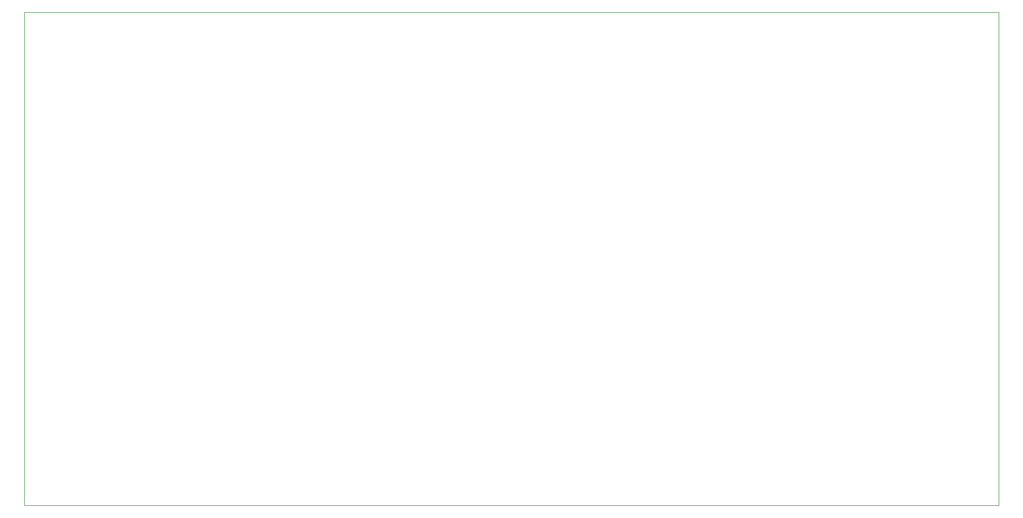
<source format=gbr>
%TF.GenerationSoftware,KiCad,Pcbnew,(5.1.9)-1*%
%TF.CreationDate,2021-07-20T21:45:38-05:00*%
%TF.ProjectId,Control de Gabinetes,436f6e74-726f-46c2-9064-652047616269,rev?*%
%TF.SameCoordinates,Original*%
%TF.FileFunction,Profile,NP*%
%FSLAX46Y46*%
G04 Gerber Fmt 4.6, Leading zero omitted, Abs format (unit mm)*
G04 Created by KiCad (PCBNEW (5.1.9)-1) date 2021-07-20 21:45:38*
%MOMM*%
%LPD*%
G01*
G04 APERTURE LIST*
%TA.AperFunction,Profile*%
%ADD10C,0.050000*%
%TD*%
G04 APERTURE END LIST*
D10*
X221000000Y-126000000D02*
X65000000Y-126000000D01*
X221000000Y-47000000D02*
X221000000Y-126000000D01*
X65000000Y-47000000D02*
X221000000Y-47000000D01*
X65000000Y-126000000D02*
X65000000Y-47000000D01*
M02*

</source>
